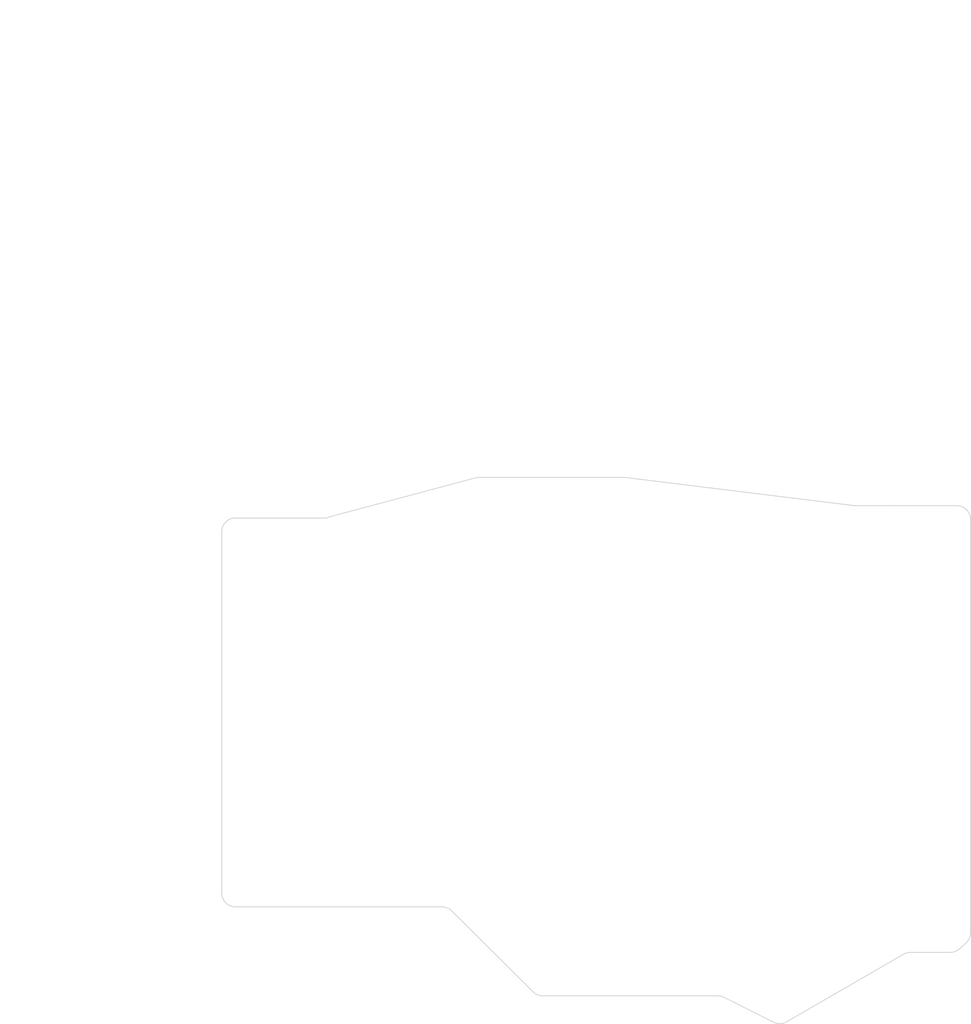
<source format=kicad_pcb>
(kicad_pcb (version 20210108) (generator pcbnew)
  (layers (0 "F.Cu" signal) (31 "B.Cu" power) (34 "B.Paste" user) (35 "F.Paste" user) (36 "B.SilkS" user "B.Silkscreen") (37 "F.SilkS" user "F.Silkscreen") (38 "B.Mask" user) (39 "F.Mask" user) (44 "Edge.Cuts" user))
  (net 0 "")
  (footprint "MountingHole:MountingHole_2.2mm_M2" (layer "B.Cu") (at 103.873 65.525 180)
    (fp_text reference "H6" hide)
    (fp_text value "MountingHole_Pad")
    (pad "1" np_thru_hole circle (at 0 0 180) (size 2.2 2.2) (drill 2.2) (layers *.Cu *.Mask))
  )
  (footprint "MountingHole:MountingHole_2.2mm_M2" (layer "B.Cu") (at 210.148 59.3 180)
    (fp_text reference "H4" hide)
    (fp_text value "MountingHole_Pad")
    (pad "1" np_thru_hole circle (at 0 0 180) (size 2.2 2.2) (drill 2.2) (layers *.Cu *.Mask))
  )
  (footprint "MountingHole:MountingHole_2.2mm_M2" (layer "B.Cu") (at 175.973 61.425 180)
    (fp_text reference "H5" hide)
    (fp_text value "MountingHole_Pad")
    (pad "1" np_thru_hole circle (at 0 0 180) (size 2.2 2.2) (drill 2.2) (layers *.Cu *.Mask))
  )
  (footprint "MountingHole:MountingHole_2.2mm_M2" (layer "B.Cu") (at 175.873 95.425 180)
    (fp_text reference "H1" hide)
    (fp_text value "MountingHole_Pad")
    (pad "1" np_thru_hole circle (at 0 0 180) (size 2.2 2.2) (drill 2.2) (layers *.Cu *.Mask))
  )
  (footprint "MountingHole:MountingHole_2.2mm_M2" (layer "B.Cu") (at 195.648 111.1 180)
    (fp_text reference "H2" hide)
    (fp_text value "MountingHole_Pad")
    (pad "1" np_thru_hole circle (at 0 0 180) (size 2.2 2.2) (drill 2.2) (layers *.Cu *.Mask))
  )
  (footprint "MountingHole:MountingHole_2.2mm_M2" (layer "B.Cu") (at 103.873 99.725 180)
    (fp_text reference "H3" hide)
    (fp_text value "MountingHole_Pad")
    (pad "1" np_thru_hole circle (at 0 0 180) (size 2.2 2.2) (drill 2.2) (layers *.Cu *.Mask))
  )
  (gr_arc (start 131.673004 43.4) (end 131.262007 40.934015) (angle 9.462321464) (layer "Edge.Cuts") (width 0.15))
  (gr_line (start 141.418706 133.473197) (end 126.782518 118.926802) (layer "Edge.Cuts") (width 0.15))
  (gr_arc (start 216.549401 123.877241) (end 218.244774 125.714552) (angle 42.6991763) (layer "Edge.Cuts") (width 0.15))
  (gr_line (start 205.948 46) (end 217.687476 46) (layer "Edge.Cuts") (width 0.15))
  (gr_arc (start 125.020198 120.7) (end 125.020198 118.2) (angle 44.82371423) (layer "Edge.Cuts") (width 0.15))
  (gr_arc (start 157.655867 43.4) (end 157.655867 40.9) (angle 7.006961979) (layer "Edge.Cuts") (width 0.15))
  (gr_arc (start 217.687476 122.827087) (end 220.187476 122.827087) (angle 47.3008237) (layer "Edge.Cuts") (width 0.15))
  (gr_line (start 131.673005 40.9) (end 157.655867 40.899999) (layer "Edge.Cuts") (width 0.15))
  (gr_arc (start 209.384215 128.877241) (end 208.134216 126.712177) (angle 29.99999438) (layer "Edge.Cuts") (width 0.15))
  (gr_arc (start 87.873 50.7) (end 85.373 50.7) (angle 80.53767854) (layer "Edge.Cuts") (width 0.15))
  (gr_line (start 199.456468 46) (end 205.948 46) (layer "Edge.Cuts") (width 0.15))
  (gr_line (start 174.665954 134.199999) (end 143.181025 134.199999) (layer "Edge.Cuts") (width 0.15))
  (gr_line (start 157.960842 40.918671) (end 199.151493 45.981329) (layer "Edge.Cuts") (width 0.15))
  (gr_line (start 208.134216 126.712177) (end 187.068689 138.874364) (layer "Edge.Cuts") (width 0.15))
  (gr_line (start 87.462003 48.234015) (end 103.962003 48.234015) (layer "Edge.Cuts") (width 0.15))
  (gr_line (start 220.187476 122.827087) (end 220.187476 48.5) (layer "Edge.Cuts") (width 0.15))
  (gr_line (start 85.373 115.7) (end 85.373 50.7) (layer "Edge.Cuts") (width 0.15))
  (gr_arc (start 143.181025 131.699999) (end 143.181025 134.199999) (angle 44.82370585) (layer "Edge.Cuts") (width 0.15))
  (gr_arc (start 199.456468 43.5) (end 199.456468 46) (angle 7.006963191) (layer "Edge.Cuts") (width 0.15))
  (gr_line (start 125.020198 118.2) (end 87.873 118.2) (layer "Edge.Cuts") (width 0.15))
  (gr_arc (start 217.687476 48.5) (end 217.687476 46) (angle 90) (layer "Edge.Cuts") (width 0.15))
  (gr_line (start 216.549402 126.377241) (end 209.384216 126.377241) (layer "Edge.Cuts") (width 0.15))
  (gr_arc (start 185.818689 136.709301) (end 187.068689 138.874364) (angle 56.68375556) (layer "Edge.Cuts") (width 0.15))
  (gr_arc (start 174.665954 136.7) (end 174.665954 134.199999) (angle 26.68376982) (layer "Edge.Cuts") (width 0.15))
  (gr_line (start 184.696025 138.943048) (end 175.788619 134.466252) (layer "Edge.Cuts") (width 0.15))
  (gr_arc (start 103.962003 46.984014) (end 103.962003 48.234015) (angle -30.96374867) (layer "Edge.Cuts") (width 0.15))
  (gr_line (start 219.382849 124.664397) (end 218.244774 125.714551) (layer "Edge.Cuts") (width 0.15))
  (gr_arc (start 87.873 115.7) (end 87.873 118.2) (angle 90) (layer "Edge.Cuts") (width 0.15))
  (gr_line (start 104.605123 48.055881) (end 131.262007 40.934015) (layer "Edge.Cuts") (width 0.15))
)
</source>
